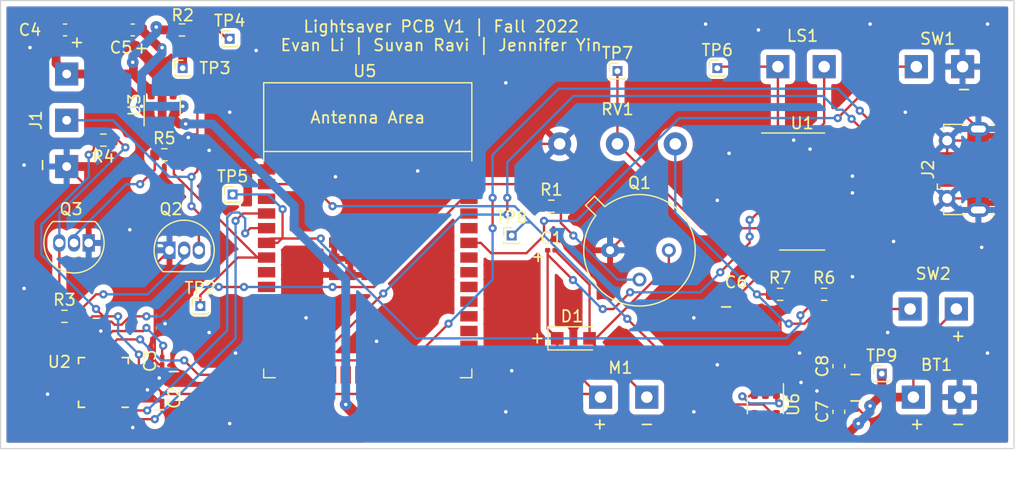
<source format=kicad_pcb>
(kicad_pcb (version 20211014) (generator pcbnew)
  (layers (0 "F.Cu" signal) (31 "B.Cu" signal) (34 "B.Paste" user) (35 "F.Paste" user) (36 "B.SilkS" user "B.Silkscreen") (37 "F.SilkS" user "F.Silkscreen") (38 "B.Mask" user) (39 "F.Mask" user) (44 "Edge.Cuts" user))
  (net 0 "")
  (net 1 "+3.3V")
  (net 2 "Net-(C1-Pad2)")
  (net 3 "GND")
  (net 4 "Net-(C3-Pad2)")
  (net 5 "Net-(C4-Pad1)")
  (net 6 "+9V")
  (net 7 "Net-(C6-Pad2)")
  (net 8 "Net-(C7-Pad1)")
  (net 9 "Net-(C8-Pad2)")
  (net 10 "Net-(Q1-Pad2)")
  (net 11 "Net-(Q2-Pad2)")
  (net 12 "Net-(J1-Pad2)")
  (net 13 "Net-(Q3-Pad2)")
  (net 14 "Net-(Q3-Pad3)")
  (net 15 "Net-(R1-Pad1)")
  (net 16 "Net-(R5-Pad2)")
  (net 17 "Net-(R6-Pad1)")
  (net 18 "Net-(R6-Pad2)")
  (net 19 "Net-(LS1-Pad1)")
  (net 20 "Net-(LS1-Pad2)")
  (net 22 "Net-(RV1-Pad2)")
  (net 34 "Net-(U2-Pad9)")
  (net 35 "Net-(U2-Pad12)")
  (net 44 "Net-(U2-Pad23)")
  (net 45 "Net-(U2-Pad24)")
  (net 48 "Net-(SW1-Pad1)")
  (net 77 "Net-(J2-Pad2)")
  (net 78 "Net-(J2-Pad3)")
  (footprint "Resistor_SMD:R_0603_1608Metric" (layer "F.Cu") (at 110.49 90.805 180)
    (fp_text reference "R4")
    (fp_text value "10kOhm")
  )
  (footprint "Package_TO_SOT_THT:TO-39-3" (layer "F.Cu") (at 154.305 100.33)
    (fp_text reference "Q1")
    (fp_text value "2N2222")
  )
  (footprint "Connector_PinHeader_1.00mm:PinHeader_1x01_P1.00mm_Vertical" (layer "F.Cu") (at 118.872 105.156)
    (fp_text reference "TP2")
    (fp_text value "TestPoint")
  )
  (footprint "Connector_PinHeader_1.00mm:PinHeader_1x01_P1.00mm_Vertical" (layer "F.Cu") (at 121.412 82.042)
    (fp_text reference "TP4")
    (fp_text value "TestPoint")
  )
  (footprint "Package_TO_SOT_SMD:SOT-23-5" (layer "F.Cu") (at 115.57 87.7625 90)
    (fp_text reference "U3")
    (fp_text value "NCP718xSN330")
  )
  (footprint "Connector_PinHeader_1.00mm:PinHeader_1x01_P1.00mm_Vertical" (layer "F.Cu") (at 177.8 110.998)
    (fp_text reference "TP9")
    (fp_text value "TestPoint")
  )
  (footprint "Lightsaber Footprint new:Switch" (layer "F.Cu") (at 182.785 84.455)
    (fp_text reference "SW1")
    (fp_text value "SW_Push")
  )
  (footprint "Resistor_SMD:R_0603_1608Metric" (layer "F.Cu") (at 149.225 96.52)
    (fp_text reference "R1")
    (fp_text value "1kOhm")
  )
  (footprint "Resistor_SMD:R_0603_1608Metric" (layer "F.Cu") (at 117.285 81.28)
    (fp_text reference "R2")
    (fp_text value "10kOhm")
  )
  (footprint "Diode_SMD:D_SOD-123F" (layer "F.Cu") (at 151.13 107.95)
    (fp_text reference "D1")
    (fp_text value "1N4001")
  )
  (footprint "Lightsaber Footprint new:Switch toggle" (layer "F.Cu") (at 182.245 105.41)
    (fp_text reference "SW2")
    (fp_text value "SW_DIP_x01")
  )
  (footprint "Lightsaber Footprint new:Potentiometer" (layer "F.Cu") (at 154.94 91.13)
    (fp_text reference "RV1")
    (fp_text value "R_Potentiometer")
  )
  (footprint "Connector_PinHeader_1.00mm:PinHeader_1x01_P1.00mm_Vertical" (layer "F.Cu") (at 154.94 84.836)
    (fp_text reference "TP7")
    (fp_text value "TestPoint")
  )
  (footprint "Capacitor_SMD:C_0201_0603Metric" (layer "F.Cu") (at 149.225 100.33)
    (fp_text reference "C1")
    (fp_text value "0.1uF")
  )
  (footprint "Capacitor_SMD:C_0603_1608Metric" (layer "F.Cu") (at 174.085 114.3 90)
    (fp_text reference "C7")
    (fp_text value "1uF")
  )
  (footprint "Connector_PinHeader_1.00mm:PinHeader_1x01_P1.00mm_Vertical" (layer "F.Cu") (at 163.576 84.582)
    (fp_text reference "TP6")
    (fp_text value "TestPoint")
  )
  (footprint "Capacitor_SMD:C_0201_0603Metric" (layer "F.Cu") (at 115.57 113.075 -90)
    (fp_text reference "C2")
    (fp_text value "0.1uF")
  )
  (footprint "Capacitor_SMD:C_0603_1608Metric" (layer "F.Cu") (at 107.175 81.28)
    (fp_text reference "C4")
    (fp_text value "1uF")
  )
  (footprint "Capacitor_SMD:C_0603_1608Metric" (layer "F.Cu") (at 174.085 110.35 90)
    (fp_text reference "C8")
    (fp_text value "1uF")
  )
  (footprint "Lightsaber Footprint new:ESP32-S2-SOLO" (layer "F.Cu") (at 133.35 101.6)
    (fp_text reference "U5")
    (fp_text value "ESP32-S2-SOLO")
  )
  (footprint "Lightsaber Footprint new:Battery" (layer "F.Cu") (at 182.53 113.03)
    (fp_text reference "BT1")
    (fp_text value "Battery")
  )
  (footprint "Connector_PinHeader_1.00mm:PinHeader_1x01_P1.00mm_Vertical" (layer "F.Cu") (at 121.666 95.504)
    (fp_text reference "TP5")
    (fp_text value "TestPoint")
  )
  (footprint "Connector_PinHeader_1.00mm:PinHeader_1x01_P1.00mm_Vertical" (layer "F.Cu") (at 145.796 99.06)
    (fp_text reference "TP8")
    (fp_text value "TestPoint")
  )
  (footprint "Resistor_SMD:R_0603_1608Metric" (layer "F.Cu") (at 169.005 104.14)
    (fp_text reference "R7")
    (fp_text value "560Ohm")
  )
  (footprint "Capacitor_SMD:C_0603_1608Metric" (layer "F.Cu") (at 113.03 81.28)
    (fp_text reference "C5")
    (fp_text value "1uF")
  )
  (footprint "Package_TO_SOT_THT:TO-92_Inline" (layer "F.Cu") (at 109.22 99.695 180)
    (fp_text reference "Q3")
    (fp_text value "2N3904")
  )
  (footprint "Sensor_Motion:InvenSense_QFN-24_4x4mm_P0.5mm" (layer "F.Cu") (at 110.49 111.76 180)
    (fp_text reference "U2")
    (fp_text value "MPU-6050")
  )
  (footprint "Resistor_SMD:R_0603_1608Metric" (layer "F.Cu") (at 107.125 106.045)
    (fp_text reference "R3")
    (fp_text value "1kOhm")
  )
  (footprint "Package_TO_SOT_SMD:SOT-23-5" (layer "F.Cu") (at 167.735 113.665 -90)
    (fp_text reference "U6")
    (fp_text value "NCP718xSN330")
  )
  (footprint "Lightsaber Footprints:LED strip" (layer "F.Cu") (at 107.315 89.09 90)
    (fp_text reference "J1")
    (fp_text value "Neopixel LEDs")
  )
  (footprint "Lightsaber Footprint new:Motor" (layer "F.Cu") (at 155.48 113.03)
    (fp_text reference "M1")
    (fp_text value "Motor_DC")
  )
  (footprint "Lightsaber Footprint new:Speaker" (layer "F.Cu") (at 170.815 84.455)
    (fp_text reference "LS1")
    (fp_text value "Speaker")
  )
  (footprint "Capacitor_SMD:C_0201_0603Metric" (layer "F.Cu") (at 115.57 109.9 90)
    (fp_text reference "C3")
    (fp_text value "0.1uF")
  )
  (footprint "Package_TO_SOT_THT:TO-92_Inline" (layer "F.Cu") (at 116.205 100.33)
    (fp_text reference "Q2")
    (fp_text value "2N3904")
  )
  (footprint "Resistor_SMD:R_0603_1608Metric" (layer "F.Cu") (at 115.76 92.075)
    (fp_text reference "R5")
    (fp_text value "1kOhm")
  )
  (footprint "Capacitor_SMD:C_0201_0603Metric" (layer "F.Cu") (at 165.195 104.14)
    (fp_text reference "C6")
    (fp_text value "0.1uF")
  )
  (footprint "Resistor_SMD:R_0603_1608Metric" (layer "F.Cu") (at 172.815 104.14)
    (fp_text reference "R6")
    (fp_text value "1kOhm")
  )
  (footprint "Connector_PinHeader_1.00mm:PinHeader_1x01_P1.00mm_Vertical" (layer "F.Cu") (at 117.348 84.582)
    (fp_text reference "TP3")
    (fp_text value "TestPoint")
  )
  (footprint "Connector_USB:USB_Micro-B_Molex-105017-0001" (layer "F.Cu") (at 184.912 93.345 90)
    (fp_text reference "J2")
    (fp_text value "USB_B_Micro")
  )
  (footprint "Package_SO:SOP-16_3.9x9.9mm_P1.27mm" (layer "F.Cu") (at 170.91 95.25)
    (fp_text reference "U1")
    (fp_text value "PAM8403D")
  )
  (gr_rect (start 189.23 78.74) (end 101.6 117.475) (layer "Edge.Cuts") (width 0.1) (fill none))
  (gr_text "+" (at 153.416 115.316) (layer "F.SilkS") (effects (font (size 1 1))))
  (gr_text "-" (at 175.514 113.284) (layer "F.SilkS") (effects (font (size 1 1))))
  (gr_text "-" (at 115.316 114.046) (layer "F.SilkS") (effects (font (size 1 1))))
  (gr_text "-" (at 105.156 92.964 90) (layer "F.SilkS") (effects (font (size 1 1))))
  (gr_text "-" (at 184.404 115.316) (layer "F.SilkS") (effects (font (size 1 1))))
  (gr_text "-" (at 157.48 115.316) (layer "F.SilkS") (effects (font (size 1 1))))
  (gr_text "-" (at 116.586 110.744) (layer "F.SilkS") (effects (font (size 1 1))))
  (gr_text "-" (at 164.338 105.156) (layer "F.SilkS") (effects (font (size 1 1))))
  (gr_text "+" (at 113.792 82.804) (layer "F.SilkS") (effects (font (size 1 1))))
  (gr_text "+" (at 148.082 100.838) (layer "F.SilkS") (effects (font (size 1 1))))
  (gr_text "+" (at 184.404 107.696) (layer "F.SilkS") (effects (font (size 1 1))))
  (gr_text "Lightsaver PCB V1 | Fall 2022\nEvan Li | Suvan Ravi | Jennifer Yin" (at 139.7 81.788) (layer "F.SilkS") (effects (font (size 1 1))))
  (gr_text "+" (at 108.204 82.296) (layer "F.SilkS") (effects (font (size 1 1))))
  (gr_text "+" (at 180.848 115.316) (layer "F.SilkS") (effects (font (size 1 1))))
  (gr_text "-" (at 175.514 110.998) (layer "F.SilkS") (effects (font (size 1 1))))
  (gr_text "+" (at 148.082 107.95 -90) (layer "F.SilkS") (effects (font (size 1 1))))
  (gr_text "-" (at 184.912 86.36) (layer "F.SilkS") (effects (font (size 1 1))))
  (segment (start 111.980685 109.06) (end 111.299315 109.06) (width 0.2032) (layer "F.Cu") (net 1))
  (segment (start 149.73 107.95) (end 149.73 109.28) (width 0.2032) (layer "F.Cu") (net 1))
  (segment (start 168.811751 94.615) (end 169.735 95.538249) (width 0.2032) (layer "F.Cu") (net 1))
  (segment (start 169.545 97.155) (end 168.41 97.155) (width 0.2032) (layer "F.Cu") (net 1))
  (segment (start 115.57 112.649315) (end 113.537842 110.617158) (width 0.2032) (layer "F.Cu") (net 1))
  (segment (start 148.905 107.125) (end 148.905 100.33) (width 0.2032) (layer "F.Cu") (net 1))
  (segment (start 108.585 106.9975) (end 108.585 109.22) (width 0.2032) (layer "F.Cu") (net 1))
  (segment (start 148.905 100.33) (end 148.905 100.7146) (width 0.2032) (layer "F.Cu") (net 1))
  (segment (start 163.83 102.235) (end 166.37 99.695) (width 0.2032) (layer "F.Cu") (net 1))
  (segment (start 108.54 109.265) (end 108.54 110.51) (width 0.2032) (layer "F.Cu") (net 1))
  (segment (start 109.665 90.805) (end 109.665 91.63) (width 0.2032) (layer "F.Cu") (net 1))
  (segment (start 149.73 107.95) (end 148.905 107.125) (width 0.2032) (layer "F.Cu") (net 1))
  (segment (start 169.735 96.965) (end 169.545 97.155) (width 0.2032) (layer "F.Cu") (net 1))
  (segment (start 154.58855 105.41) (end 156.034275 103.964275) (width 0.2032) (layer "F.Cu") (net 1))
  (segment (start 113.537842 110.617158) (end 111.980685 109.06) (width 0.2032) (layer "F.Cu") (net 1))
  (segment (start 113.559197 110.595803) (end 113.559197 109.343162) (width 0.2032) (layer "F.Cu") (net 1))
  (segment (start 168.41 94.615) (end 168.811751 94.615) (width 0.2032) (layer "F.Cu") (net 1))
  (segment (start 111.76 106.045) (end 110.49 106.045) (width 0.2032) (layer "F.Cu") (net 1))
  (segment (start 110.49 106.045) (end 109.5375 106.045) (width 0.2032) (layer "F.Cu") (net 1))
  (segment (start 166.37 99.695) (end 166.37 99.1495) (width 0.2032) (layer "F.Cu") (net 1))
  (segment (start 153.67 105.41) (end 154.58855 105.41) (width 0.2032) (layer "F.Cu") (net 1))
  (segment (start 113.537842 110.617158) (end 113.559197 110.595803) (width 0.2032) (layer "F.Cu") (net 1))
  (segment (start 169.735 95.538249) (end 169.735 96.965) (width 0.2032) (layer "F.Cu") (net 1))
  (segment (start 149.73 109.28) (end 153.48 113.03) (width 0.2032) (layer "F.Cu") (net 1))
  (segment (start 115.57 112.755) (end 153.205 112.755) (width 0.2032) (layer "F.Cu") (net 1))
  (segment (start 167.005 97.155) (end 168.41 97.155) (width 0.2032) (layer "F.Cu") (net 1))
  (segment (start 173.41 94.615) (end 173.44 94.645) (width 0.2032) (layer "F.Cu") (net 1))
  (segment (start 166.37 97.7005) (end 166.4595 97.7005) (width 0.2032) (layer "F.Cu") (net 1))
  (segment (start 168.41 94.615) (end 173.41 94.615) (width 0.2032) (layer "F.Cu") (net 1))
  (segment (start 166.4595 97.7005) (end 167.005 97.155) (width 0.2032) (layer "F.Cu") (net 1))
  (segment (start 115.57 112.755) (end 115.57 112.649315) (width 0.2032) (layer "F.Cu") (net 1))
  (segment (start 109.665 91.63) (end 109.22 92.075) (width 0.2032) (layer "F.Cu") (net 1))
  (segment (start 173.44 94.645) (end 183.4495 94.645) (width 0.2032) (layer "F.Cu") (net 1))
  (segment (start 111.299315 109.06) (end 111.24 109.119315) (width 0.2032) (layer "F.Cu") (net 1))
  (segment (start 148.905 100.7146) (end 151.0952 102.9048) (width 0.2032) (layer "F.Cu") (net 1))
  (segment (start 111.24 109.119315) (end 111.24 109.81) (width 0.2032) (layer "F.Cu") (net 1))
  (segment (start 109.855 105.41) (end 110.49 106.045) (width 0.2032) (layer "F.Cu") (net 1))
  (segment (start 108.585 109.22) (end 108.54 109.265) (width 0.2032) (layer "F.Cu") (net 1))
  (segment (start 153.205 112.755) (end 153.48 113.03) (width 0.2032) (layer "F.Cu") (net 1))
  (segment (start 109.5375 106.045) (end 108.585 106.9975) (width 0.2032) (layer "F.Cu") (net 1))
  (via (at 153.67 105.41) (size 0.7112) (drill 0.3048) (layers "F.Cu" "B.Cu") (net 1))
  (via (at 109.855 105.41) (size 0.7112) (drill 0.3048) (layers "F.Cu" "B.Cu") (net 1))
  (via (at 113.559197 109.343162) (size 0.7112) (drill 0.3048) (layers "F.Cu" "B.Cu") (net 1))
  (via (at 166.37 97.7005) (size 0.7112) (drill 0.3048) (layers "F.Cu" "B.Cu") (net 1))
  (via (at 166.37 99.1495) (size 0.7112) (drill 0.3048) (layers "F.Cu" "B.Cu") (net 1))
  (via (at 111.76 106.045) (size 0.7112) (drill 0.3048) (layers "F.Cu" "B.Cu") (net 1))
  (via (at 156.034275 103.964275) (size 0.7112) (drill 0.3048) (layers "F.Cu" "B.Cu") (net 1))
  (via (at 151.0952 102.9048) (size 0.7112) (drill 0.3048) (layers "F.Cu" "B.Cu") (net 1))
  (via (at 163.83 102.235) (size 0.7112) (drill 0.3048) (layers "F.Cu" "B.Cu") (net 1))
  (via (at 109.22 92.075) (size 0.7112) (drill 0.3048) (layers "F.Cu" "B.Cu") (net 1))
  (segment (start 111.76 106.045) (end 111.76 107.543965) (width 0.2032) (layer "B.Cu") (net 1))
  (segment (start 109.22 92.075) (end 109.22 94.004652) (width 0.2032) (layer "B.Cu") (net 1))
  (segment (start 109.22 94.004652) (end 105.125836 98.098816) (width 0.2032) (layer "B.Cu") (net 1))
  (segment (start 153.6004 105.41) (end 153.67 105.41) (width 0.2032) (layer "B.Cu") (net 1))
  (segment (start 162.100725 103.964275) (end 163.83 102.235) (width 0.2032) (layer "B.Cu") (net 1))
  (segment (start 166.37 97.79) (end 166.37 97.7005) (width 0.2032) (layer "B.Cu") (net 1))
  (segment (start 111.76 107.543965) (end 113.559197 109.343162) (width 0.2032) (layer "B.Cu") (net 1))
  (segment (start 156.034275 103.964275) (end 162.100725 103.964275) (width 0.2032) (layer "B.Cu") (net 1))
  (segment (start 105.125836 100.680836) (end 109.855 105.41) (width 0.2032) (layer "B.Cu") (net 1))
  (segment (start 166.37 99.1495) (end 166.37 97.79) (width 0.2032) (layer "B.Cu") (net 1))
  (segment (start 151.0952 102.9048) (end 153.6004 105.41) (width 0.2032) (layer "B.Cu") (net 1))
  (segment (start 105.125836 98.098816) (end 105.125836 100.680836) (width 0.2032) (layer "B.Cu") (net 1))
  (segment (start 159.385 100.33) (end 159.385 101.638148) (width 0.2032) (layer "F.Cu") (net 2))
  (segment (start 159.385 101.638148) (end 153.073148 107.95) (width 0.2032) (layer "F.Cu") (net 2))
  (segment (start 152.53 103.315) (end 152.53 107.95) (width 0.2032) (layer "F.Cu") (net 2))
  (segment (start 157.48 113.03) (end 152.53 108.08) (width 0.2032) (layer "F.Cu") (net 2))
  (segment (start 152.53 108.08) (end 152.53 107.95) (width 0.2032) (layer "F.Cu") (net 2))
  (segment (start 149.545 100.33) (end 152.53 103.315) (width 0.2032) (layer "F.Cu") (net 2))
  (segment (start 153.073148 107.95) (end 152.53 107.95) (width 0.2032) (layer "F.Cu") (net 2))
  (segment (start 114.295543 112.399457) (end 115.291086 113.395) (width 0.2032) (layer "F.Cu") (net 3))
  (segment (start 154.305 95.495) (end 154.305 100.33) (width 0.2032) (layer "F.Cu") (net 3))
  (segment (start 184.785 88.4805) (end 186.1495 89.845) (width 0.2032) (layer "F.Cu") (net 3))
  (segment (start 169.031751 111.54) (end 168.338249 111.54) (width 0.2032) (layer "F.Cu") (net 3))
  (segment (start 115.57 85.105316) (end 115.57 88.9) (width 0.762) (layer "F.Cu") (net 3))
  (segment (start 168.41 92.075) (end 168.91 92.075) (width 0.2032) (layer "F.Cu") (net 3))
  (segment (start 182.1395 97.155) (end 173.41 97.155) (width 0.2032) (layer "F.Cu") (net 3))
  (segment (start 117.7041 90.805) (end 116.459 90.805) (width 0.762) (layer "F.Cu") (net 3))
  (segment (start 183.4495 90.845) (end 183.4495 91.8865) (width 0.2032) (layer "F.Cu") (net 3))
  (segment (start 183.4495 90.845) (end 185.1495 90.845) (width 0.2032) (layer "F.Cu") (net 3))
  (segment (start 167.735 112.143249) (end 167.735 112.5275) (width 0.2032) (layer "F.Cu") (net 3))
  (segment (start 149.94 91.13) (end 154.305 95.495) (width 0.2032) (layer "F.Cu") (net 3))
  (segment (start 115.3 110.22) (end 115.57 110.22) (width 0.2032) (layer "F.Cu") (net 3))
  (segment (start 110.268154 107.315) (end 109.74 107.843154) (width 0.2032) (layer "F.Cu") (net 3))
  (segment (start 115.57 88.9) (end 115.57 89.284251) (width 0.2032) (layer "F.Cu") (net 3))
  (segment (start 113.471884 82.991884) (end 113.471884 83.0072) (width 0.762) (layer "F.Cu") (net 3))
  (segment (start 159.146547 98.821547) (end 159.781547 98.821547) (width 0.2032) (layer "F.Cu") (net 3))
  (segment (start 115.57 89.916) (end 114.4448 91.0412) (width 0.762) (layer "F.Cu") (net 3))
  (segment (start 175.26 93.523249) (end 175.26 93.9205) (width 0.2032) (layer "F.Cu") (net 3))
  (segment (start 159.781547 98.821547) (end 160.655 99.695) (width 0.2032) (layer "F.Cu") (net 3))
  (segment (start 160.655 99.695) (end 160.655 100.965) (width 0.2032) (layer "F.Cu") (net 3))
  (segment (start 172.920674 91.585674) (end 173.41 92.075) (width 0.2032) (layer "F.Cu") (net 3))
  (segment (start 169.83 99.443249) (end 172.118249 97.155) (width 0.2032) (layer "F.Cu") (net 3))
  (segment (start 116.205 100.33) (end 114.935 101.6) (width 0.2032) (layer "F.Cu") (net 3))
  (segment (start 185.1495 95.845) (end 186.1495 96.845) (width 0.2032) (layer "F.Cu") (net 3))
  (segment (start 164.875 104.331041) (end 169.007208 108.463249) (width 0.2032) (layer "F.Cu") (net 3))
  (segment (start 155.813453 98.821547) (end 154.305 100.33) (width 0.2032) (layer "F.Cu") (net 3))
  (segment (start 184.53 114.28) (end 184.53 113.03) (width 0.2032) (layer "F.Cu") (net 3))
  (segment (start 169.031751 108.463249) (end 169.031751 104.938249) (width 0.2032) (layer "F.Cu") (net 3))
  (segment (start 175.26 95.706751) (end 173.811751 97.155) (width 0.2032) (layer "F.Cu") (net 3))
  (segment (start 179.07 115.062) (end 179.578 115.57) (width 0.2032) (layer "F.Cu") (net 3))
  (segment (start 172.118249 97.155) (end 173.41 97.155) (width 0.2032) (layer "F.Cu") (net 3))
  (segment (start 114.4448 91.0412) (end 114.420695 91.0412) (width 0.762) (layer "F.Cu") (net 3))
  (segment (start 184.785 84.455) (end 184.785 88.4805) (width 0.2032) (layer "F.Cu") (net 3))
  (segment (start 117.8311 90.579102) (end 117.8311 90.678) (width 0.762) (layer "F.Cu") (net 3))
  (segment (start 164.875 104.14) (end 164.875 104.331041) (width 0.2032) (layer "F.Cu") (net 3))
  (segment (start 116.459 90.805) (end 115.57 89.916) (width 0.762) (layer "F.Cu") (net 3))
  (segment (start 113.471884 83.0072) (end 115.57 85.105316) (width 0.762) (layer "F.Cu") (net 3))
  (segment (start 163.83 104.14) (end 160.655 100.965) (width 0.2032) (layer "F.Cu") (net 3))
  (segment (start 174.085 111.125) (end 173.559598 111.125) (width 0.2032) (layer "F.Cu") (net 3))
  (segment (start 183.388 91.948) (end 183.388 91.9835) (width 0.2032) (layer "F.Cu") (net 3))
  (segment (start 186.1495 89.845) (end 186.1495 92.345) (width 0.2032) (layer "F.Cu") (net 3))
  (segment (start 115.291086 113.395) (end 115.57 113.395) (width 0.2032) (layer "F.Cu") (net 3))
  (segment (start 159.146547 98.821547) (end 155.813453 98.821547) (width 0.2032) (layer "F.Cu") (net 3))
  (segment (start 108.54 114.000685) (end 110.198815 115.6595) (width 0.2032) (layer "F.Cu") (net 3))
  (segment (start 107.315 93.09) (end 109.22 94.995) (width 0.2032) (layer "F.Cu") (net 3))
  (segment (start 169.031751 104.938249) (end 169.83 104.14) (width 0.2032) (layer "F.Cu") (net 3))
  (segment (start 112.255 81.775) (end 113.471884 82.991884) (width 0.762) (layer "F.Cu") (net 3))
  (segment (start 115.57 113.395) (end 112.825 113.395) (width 0.2032) (layer "F.Cu") (net 3))
  (segment (start 114.935 101.6) (end 114.935 109.855) (width 0.2032) (layer "F.Cu") (net 3))
  (segment (start 179.578 115.57) (end 183.24 115.57) (width 0.2032) (layer "F.Cu") (net 3))
  (segment (start 183.4495 95.845) (end 185.1495 95.845) (width 0.2032) (layer "F.Cu") (net 3))
  (segment (start 173.559598 111.125) (end 172.187299 112.497299) (width 0.2032) (layer "F.Cu") (net 3))
  (segment (start 183.388 91.9835) (end 183.4495 92.045) (width 0.2032) (layer "F.Cu") (net 3))
  (segment (start 114.420695 91.0412) (end 112.371895 93.09) (width 0.762) (layer "F.Cu") (net 3))
  (segment (start 115.57 110.22) (end 115.57 111.125001) (width 0.2032) (layer "F.Cu") (net 3))
  (segment (start 168.91 92.075) (end 170.18 90.805) (width 0.2032) (layer "F.Cu") (net 3))
  (segment (start 175.26 95.3695) (end 175.26 95.706751) (width 0.2032) (layer "F.Cu") (net 3))
  (segment (start 112.371895 93.09) (end 107.315 93.09) (width 0.762) (layer "F.Cu") (net 3))
  (segment (start 170.815 111.76) (end 169.985 111.76) (width 0.2032) (layer "F.Cu") (net 3))
  (segment (start 169.765 111.54) (end 169.031751 111.54) (width 0.2032) (layer "F.Cu") (net 3))
  (segment (start 183.24 115.57) (end 184.53 114.28) (width 0.2032) (layer "F.Cu") (net 3))
  (segment (start 117.8311 90.678) (end 117.7041 90.805) (width 0.762) (layer "F.Cu") (net 3))
  (segment (start 169.985 111.76) (end 169.765 111.54) (width 0.2032) (layer "F.Cu") (net 3))
  (segment (start 107.95 81.28) (end 112.255 81.28) (width 0.762) (layer "F.Cu") (net 3))
  (segment (start 173.811751 97.155) (end 173.41 97.155) (width 0.2032) (layer "F.Cu") (net 3))
  (segment (start 176.784 115.062) (end 179.07 115.062) (width 0.2032) (layer "F.Cu") (net 3))
  (segment (start 169.031751 111.54) (end 169.031751 108.463249) (width 0.2032) (layer "F.Cu") (net 3))
  (segment (start 109.22 94.995) (end 109.22 99.695) (width 0.2032) (layer "F.Cu") (net 3))
  (segment (start 131.85 101.06) (end 131.85 99.66) (width 0.2032) (layer "F.Cu") (net 3))
  (segment (start 115.57 111.125001) (end 115.320142 111.374859) (width 0.2032) (layer "F.Cu") (net 3))
  (segment (start 173.41 92.075) (end 173.811751 92.075) (width 0.2032) (layer "F.Cu") (net 3))
  (segment (start 173.811751 92.075) (end 175.26 93.523249) (width 0.2032) (layer "F.Cu") (net 3))
  (segment (start 110.198815 115.6595) (end 113.03 115.6595) (width 0.2032) (layer "F.Cu") (net 3))
  (segment (start 174.085 113.525) (end 175.247 113.525) (width 0.2032) (layer "F.Cu") (net 3))
  (segment (start 112.255 81.28) (end 112.255 81.775) (width 0.762) (layer "F.Cu") (net 3))
  (segment (start 171.595675 91.585674) (end 172.920674 91.585674) (width 0.2032) (layer "F.Cu") (net 3))
  (segment (start 112.825 113.395) (end 112.44 113.01) (width 0.2032) (layer "F.Cu") (net 3))
  (segment (start 186.1495 92.345) (end 186.1495 94.345) (width 0.2032) (layer "F.Cu") (net 3))
  (segment (start 121.28 93.34) (end 124.6 93.34) (width 0.762) (layer "F.Cu") (net 3))
  (segment (start 108.54 113.01) (end 108.54 114.000685) (width 0.2032) (layer "F.Cu") (net 3))
  (segment (start 144.31 91.13) (end 142.1 93.34) (width 0.2032) (layer "F.Cu") (net 3))
  (segment (start 175.247 113.525) (end 176.784 115.062) (width 0.2032) (layer "F.Cu") (net 3))
  (segment (start 109.74 107.843154) (end 109.74 109.81) (width 0.2032) (layer "F.Cu") (net 3))
  (segment (start 114.935 109.855) (end 115.3 110.22) (width 0.2032) (layer "F.Cu") (net 3))
  (segment (start 186.1495 94.345) (end 186.1495 96.245) (width 0.2032) (layer "F.Cu") (net 3))
  (segment (start 169.007208 108.463249) (end 169.031751 108.463249) (width 0.2032) (layer "F.Cu") (net 3))
  (segment (start 115.57 89.284251) (end 115.57 89.916) (width 0.762) (layer "F.Cu") (net 3))
  (segment (start 168.338249 111.54) (end 167.735 112.143249) (width 0.2032) (layer "F.Cu") (net 3))
  (segment (start 185.1495 90.845) (end 186.1495 89.845) (width 0.2032) (layer "F.Cu") (net 3))
  (segment (start 119.634 91.694) (end 121.28 93.34) (width 0.762) (layer "F.Cu") (net 3))
  (segment (start 183.4495 91.8865) (end 183.388 91.948) (width 0.2032) (layer "F.Cu") (net 3))
  (segment (start 169.83 104.14) (end 169.83 99.443249) (width 0.2032) (layer "F.Cu") (net 3))
  (segment (start 164.875 104.14) (end 163.83 104.14) (width 0.2032) (layer "F.Cu") (net 3))
  (segment (start 149.94 91.13) (end 144.31 91.13) (width 0.2032) (layer "F.Cu") (net 3))
  (segment (start 183.4495 95.845) (end 182.1395 97.155) (width 0.2032) (layer "F.Cu") (net 3))
  (segment (start 174.085 111.125) (end 174.085 113.525) (width 0.2032) (layer "F.Cu") (net 3))
  (via (at 115.320142 111.374859) (size 0.7112) (drill 0.3048) (layers "F.Cu" "B.Cu") (net 3))
  (via (at 176.784 80.772) (size 0.7112) (drill 0.3048) (layers "F.Cu" "B.Cu") (net 3))
  (via (at 163.576 110.236) (size 0.7112) (drill 0.3048) (layers "F.Cu" "B.Cu") (net 3))
  (via (at 121.412 115.316) (size 0.7112) (drill 0.3048) (layers "F.Cu" "B.Cu") (net 3))
  (via (at 178.816 99.568) (size 0.7112) (drill 0.3048) (layers "F.Cu" "B.Cu") (net 3))
  (via (at 145.288 85.852) (size 0.7112) (drill 0.3048) (layers "F.Cu" "B.Cu") (net 3))
  (via (at 123.698 83.058) (size 0.7112) (drill 0.3048) (layers "F.Cu" "B.Cu") (net 3))
  (via (at 161.544 106.172) (size 0.7112) (drill 0.3048) (layers "F.Cu" "B.Cu") (net 3))
  (via (at 163.576 96.012) (size 0.7112) (drill 0.3048) (layers "F.Cu" "B.Cu") (net 3))
  (via (at 171.595675 91.585674) (size 0.7112) (drill 0.3048) (layers "F.Cu" "B.Cu") (net 3))
  (via (at 119.634 91.694) (size 1.016) (drill 0.3048) (layers "F.Cu" "B.Cu") (net 3))
  (via (at 179.832 88.392) (size 0.7112) (drill 0.3048) (layers "F.Cu" "B.Cu") (net 3))
  (via (at 167.132 81.28) (size 0.7112) (drill 0.3048) (layers "F.Cu" "B.Cu") (net 3))
  (via (at 170.815 111.76) (size 0.7112) (drill 0.3048) (layers "F.Cu" "B.Cu") (net 3))
  (via (at 128.016 106.172) (size 0.7112) (drill 0.3048) (layers "F.Cu" "B.Cu") (net 3))
  (via (at 119.634 107.442) (size 0.7112) (drill 0.3048) (layers "F.Cu" "B.Cu") (net 3))
  (via (at 121.412 88.392) (size 0.7112) (drill 0.3048) (layers "F.Cu" "B.Cu") (net 3))
  (via (at 175.26 102.616) (size 0.7112) (drill 0.3048) (layers "F.Cu" "B.Cu") (net 3))
  (via (at 134.112 108.204) (size 0.7112) (drill 0.3048) (layers "F.Cu" "B.Cu") (net 3))
  (via (at 112.776 98.552) (size 0.7112) (drill 0.3048) (layers "F.Cu" "B.Cu") (net 3))
  (via (at 161.544 114.3) (size 0.7112) (drill 0.3048) (layers "F.Cu" "B.Cu") (net 3))
  (via (at 103.632 92.964) (size 0.7112) (drill 0.3048) (layers "F.Cu" "B.Cu") (net 3))
  (via (at 162.56 80.772) (size 0.7112) (drill 0.3048) (layers "F.Cu" "B.Cu") (net 3))
  (via (at 186.436 100.076) (size 0.7112) (drill 0.3048) (layers "F.Cu" "B.Cu") (net 3))
  (via (at 130.556 93.98) (size 0.7112) (drill 0.3048) (layers "F.Cu" "B.Cu") (net 3))
  (via (at 186.944 80.772) (size 0.7112) (drill 0.3048) (layers "F.Cu" "B.Cu") (net 3))
  (via (at 172.187299 112.497299) (size 0.7112) (drill 0.3048) (layers "F.Cu" "B.Cu") (net 3))
  (via (at 110.268154 107.315) (size 0.7112) (drill 0.3048) (layers "F.Cu" "B.Cu") (net 3))
  (via (at 121.92 109.22) (size 0.7112) (drill 0.3048) (layers "F.Cu" "B.Cu") (net 3))
  (via (at 178.308 107.442) (size 0.7112) (drill 0.3048) (layers "F.Cu" "B.Cu") (net 3))
  (via (at 145.796 110.744) (size 0.7112) (drill 0.3048) (layers "F.Cu" "B.Cu") (net 3))
  (via (at 104.14 82.804) (size 0.7112) (drill 0.3048) (layers "F.Cu" "B.Cu") (net 3))
  (via (at 186.944 109.22) (size 0.7112) (drill 0.3048) (layers "F.Cu" "B.Cu") (net 3))
  (via (at 175.26 95.3695) (size 0.7112) (drill 0.3048) (layers "F.Cu" "B.Cu") (net 3))
  (via (at 175.26 93.9205) (size 0.7112) (drill 0.3048) (layers "F.Cu" "B.Cu") (net 3))
  (via (at 115.824 106.68) (size 0.7112) (drill 0.3048) (layers "F.Cu" "B.Cu") (net 3))
  (via (at 170.18 90.805) (size 0.7112) (drill 0.3048) (layers "F.Cu" "B.Cu") (net 3))
  (via (at 114.295543 112.399457) (size 0.7112) (drill 0.3048) (layers "F.Cu" "B.Cu") (net 3))
  (via (at 117.8311 90.579102) (size 1.016) (drill 0.3048) (layers "F.Cu" "B.Cu") (net 3))
  (via (at 137.668 93.472) (size 0.7112) (drill 0.3048) (layers "F.Cu" "B.Cu") (net 3))
  (via (at 105.664 112.776) (size 0.7112) (drill 0.3048) (layers "F.Cu" "B.Cu") (net 3))
  (via (at 170.688 109.22) (size 0.7112) (drill 0.3048) (layers "F.Cu" "B.Cu") (net 3))
  (via (at 145.288 114.3) (size 0.7112) (drill 0.3048) (layers "F.Cu" "B.Cu") (net 3))
  (via (at 164.592 91.948) (size 0.7112) (drill 0.3048) (layers "F.Cu" "B.Cu") (net 3))
  (via (at 103.632 103.632) (size 0.7112) (drill 0.3048) (layers "F.Cu" "B.Cu") (net 3))
  (via (at 113.03 115.6595) (size 0.7112) (drill 0.3048) (layers "F.Cu" "B.Cu") (net 3))
  (segment (start 115.320142 111.374859) (end 114.295543 112.399457) (width 0.2032) (layer "B.Cu") (net 3))
  (segment (start 115.57 99.695) (end 116.205 100.33) (width 0.2032) (layer "B.Cu") (net 3))
  (segment (start 172.187299 112.497299) (end 171.552299 112.497299) (width 0.2032) (layer "B.Cu") (net 3))
  (segment (start 175.26 93.9205) (end 175.26 95.3695) (width 0.2032) (layer "B.Cu") (net 3))
  (segment (start 109.22 99.695) (end 115.57 99.695) (width 0.2032) (layer "B.Cu") (net 3))
  (segment (start 170.815001 90.805) (end 171.595675 91.585674) (width 0.2032) (layer "B.Cu") (net 3))
  (segment (start 113.03 115.6595) (end 113.03 113.665) (width 0.2032) (layer "B.Cu") (net 3))
  (segment (start 117.8311 90.579102) (end 118.519102 90.579102) (width 0.762) (layer "B.Cu") (net 3))
  (segment (start 110.268154 107.315) (end 112.296816 109.343662) (width 0.2032) (layer "B.Cu") (net 3))
  (segment (start 170.18 90.805) (end 170.815001 90.805) (width 0.2032) (layer "B.Cu") (net 3))
  (segment (start 171.552299 112.497299) (end 170.815 111.76) (width 0.2032) (layer "B.Cu") (net 3))
  (segment (start 118.519102 90.579102) (end 119.634 91.694) (width 0.762) (layer "B.Cu") (net 3))
  (segment (start 112.296816 109.343662) (end 112.296816 112.931816) (width 0.2032) (layer "B.Cu") (net 3))
  (segment (start 112.296816 112.931816) (end 113.03 113.665) (width 0.2032) (layer "B.Cu") (net 3))
  (segment (start 113.03 113.665) (end 114.295543 112.399457) (width 0.2032) (layer "B.Cu") (net 3))
  (segment (start 110.215 108.225) (end 110.4 108.04) (width 0.2032) (layer "F.Cu") (net 4))
  (segment (start 115.57 109.58) (end 115.57 108.6745) (width 0.2032) (layer "F.Cu") (net 4))
  (segment (start 113.940003 107.315) (end 114.2105 107.044503) (width 0.2032) (layer "F.Cu") (net 4))
  (segment (start 111.293459 107.315) (end 113.940003 107.315) (width 0.2032) (layer "F.Cu") (net 4))
  (segment (start 115.57 108.6745) (end 115.6595 108.585) (width 0.2032) (layer "F.Cu") (net 4))
  (segment (start 110.215 109.855) (end 110.215 108.225) (width 0.2032) (layer "F.Cu") (net 4))
  (segment (start 110.4 108.04) (end 110.568459 108.04) (width 0.2032) (layer "F.Cu") (net 4))
  (segment (start 110.568459 108.04) (end 111.293459 107.315) (width 0.2032) (layer "F.Cu") (net 4))
  (via (at 115.6595 108.585) (size 0.7112) (drill 0.3048) (layers "F.Cu" "B.Cu") (net 4))
  (via (at 114.2105 107.044503) (size 0.7112) (drill 0.3048) (layers "F.Cu" "B.Cu") (net 4))
  (segment (start 115.6595 108.585) (end 115.6595 108.493503) (width 0.2032) (layer "B.Cu") (net 4))
  (segment (start 115.6595 108.493503) (end 114.2105 107.044503) (width 0.2032) (layer "B.Cu") (net 4))
  (segment (start 113.085 84.129) (end 113.085 85.09) (width 0.762) (layer "F.Cu") (net 5))
  (segment (start 113.085 85.09) (end 114.62 86.625) (width 0.762) (layer "F.Cu") (net 5))
  (segment (start 107.315 85.09) (end 113.085 85.09) (width 0.762) (layer "F.Cu") (net 5))
  (segment (start 116.46 81.28) (end 116.561895 81.28) (width 0.762) (layer "F.Cu") (net 5))
  (segment (start 115.316 81.28) (end 116.46 81.28) (width 0.762) (layer "F.Cu") (net 5))
  (segment (start 116.561895 81.28) (end 117.348 82.066105) (width 0.762) (layer "F.Cu") (net 5))
  (segment (start 106.4 81.28) (end 106.4 84.175) (width 0.762) (layer "F.Cu") (net 5))
  (segment (start 117.348 82.066105) (end 117.348 84.582) (width 0.762) (layer "F.Cu") (net 5))
  (segment (start 115.062 81.026) (end 115.316 81.28) (width 0.762) (layer "F.Cu") (net 5))
  (segment (start 113.03 84.074) (end 113.085 84.129) (width 0.2032) (layer "F.Cu") (net 5))
  (segment (start 106.4 84.175) (end 107.315 85.09) (width 0.762) (layer "F.Cu") (net 5))
  (via (at 115.062 81.026) (size 1.016) (drill 0.3048) (layers "F.Cu" "B.Cu") (net 5))
  (via (at 113.03 84.074) (size 1.016) (drill 0.3048) (layers "F.Cu" "B.Cu") (net 5))
  (segment (start 113.03 83.566) (end 115.062 81.534) (width 0.762) (layer "B.Cu") (net 5))
  (segment (start 115.062 81.534) (end 115.062 81.026) (width 0.762) (layer "B.Cu") (net 5))
  (segment (start 113.03 84.074) (end 113.03 83.566) (width 0.762) (layer "B.Cu") (net 5))
  (segment (start 115.316 82.804) (end 113.805 81.293) (width 0.762) (layer "F.Cu") (net 6))
  (segment (start 180.53 109.125) (end 184.245 105.41) (width 0.2032) (layer "F.Cu") (net 6))
  (segment (start 113.792 87.884) (end 113.792 88.072) (width 0.762) (layer "F.Cu") (net 6))
  (segment (start 134.0745 116.2945) (end 131.445 113.665) (width 1.016) (layer "F.Cu") (net 6))
  (segment (start 177.546 113.03) (end 177.8 112.776) (width 0.762) (layer "F.Cu") (net 6))
  (segment (start 177.8 112.776) (end 177.8 110.998) (width 0.762) (layer "F.Cu") (net 6))
  (segment (start 117.348 87.884) (end 116.52 88.712) (width 0.762) (layer "F.Cu") (net 6))
  (segment (start 177.546 113.03) (end 180.53 113.03) (width 0.762) (layer "F.Cu") (net 6))
  (segment (start 176.784 113.792) (end 177.546 113.03) (width 0.762) (layer "F.Cu") (net 6))
  (segment (start 113.792 88.072) (end 114.62 88.9) (width 0.762) (layer "F.Cu") (net 6))
  (segment (start 175.768 115.316) (end 174.7895 116.2945) (width 0.762) (layer "F.Cu") (net 6))
  (segment (start 117.028 89.408) (end 116.52 88.9) (width 0.762) (layer "F.Cu") (net 6))
  (segment (start 116.52 88.712) (end 116.52 88.9) (width 0.762) (layer "F.Cu") (net 6))
  (segment (start 117.602 89.408) (end 117.028 89.408) (width 0.762) (layer "F.Cu") (net 6))
  (segment (start 113.805 81.293) (end 113.805 81.28) (width 0.2032) (layer "F.Cu") (net 6))
  (segment (start 174.7895 116.2945) (end 134.0745 116.2945) (width 0.762) (layer "F.Cu") (net 6))
  (segment (start 180.53 113.03) (end 180.53 109.125) (width 0.2032) (layer "F.Cu") (net 6))
  (segment (start 115.57 82.804) (end 115.316 82.804) (width 0.2032) (layer "F.Cu") (net 6))
  (via (at 131.445 113.665) (size 1.016) (drill 0.3048) (layers "F.Cu" "B.Cu") (net 6))
  (via (at 175.768 115.316) (size 1.016) (drill 0.3048) (layers "F.Cu" "B.Cu") (net 6))
  (via (at 113.792 87.884) (size 1.016) (drill 0.3048) (layers "F.Cu" "B.Cu") (net 6))
  (via (at 117.602 89.408) (size 1.016) (drill 0.3048) (layers "F.Cu" "B.Cu") (net 6))
  (via (at 176.784 113.792) (size 1.016) (drill 0.3048) (layers "F.Cu" "B.Cu") (net 6))
  (via (at 117.348 87.884) (size 1.016) (drill 0.3048) (layers "F.Cu" "B.Cu") (net 6))
  (via (at 115.57 82.804) (size 0.7112) (drill 0.3048) (layers "F.Cu" "B.Cu") (net 6))
  (segment (start 113.792 85.09) (end 115.57 83.312) (width 0.762) (layer "B.Cu") (net 6))
  (segment (start 119.911157 89.408) (end 127 96.496843) (width 0.762) (layer "B.Cu") (net 6))
  (segment (start 113.792 87.884) (end 113.792 85.09) (width 0.762) (layer "B.Cu") (net 6))
  (segment (start 127 96.496843) (end 127 98.425) (width 0.762) (layer "B.Cu") (net 6))
  (segment (start 176.784 114.3) (end 176.784 113.792) (width 0.762) (layer "B.Cu") (net 6))
  (segment (start 175.768 115.316) (end 176.784 114.3) (width 0.762) (layer "B.Cu") (net 6))
  (segment (start 127 98.425) (end 131.445 102.87) (width 0.762) (layer "B.Cu") (net 6))
  (segment (start 131.445 102.87) (end 131.445 113.665) (width 0.762) (layer "B.Cu") (net 6))
  (segment (start 115.57 83.312) (end 115.57 82.804) (width 0.762) (layer "B.Cu") (net 6))
  (segment (start 117.602 89.408) (end 119.911157 89.408) (width 0.762) (layer "B.Cu") (net 6))
  (segment (start 117.348 87.884) (end 113.792 87.884) (width 0.762) (layer "B.Cu") (net 6))
  (segment (start 165.515 104.14) (end 168.41 101.245) (width 0.2032) (layer "F.Cu") (net 7))
  (segment (start 168.41 101.245) (end 168.41 99.695) (width 0.2032) (layer "F.Cu") (net 7))
  (segment (start 165.1 113.665) (end 163.195 113.665) (width 0.2032) (layer "F.Cu") (net 8))
  (segment (start 167.5475 113.665) (end 165.1 113.665) (width 0.2032) (layer "F.Cu") (net 8))
  (segment (start 173.8125 114.8025) (end 174.085 115.075) (width 0.2032) (layer "F.Cu") (net 8))
  (segment (start 130.302 96.52) (end 128.392 94.61) (width 0.2032) (layer "F.Cu") (net 8))
  (segment (start 168.685 114.8025) (end 173.8125 114.8025) (width 0.2032) (layer "F.Cu") (net 8))
  (segment (start 128.392 94.61) (end 124.6 94.61) (width 0.2032) (layer "F.Cu") (net 8))
  (segment (start 163.195 113.665) (end 155.788874 106.258874) (width 0.2032) (layer "F.Cu") (net 8))
  (segment (start 168.685 114.8025) (end 167.5475 113.665) (width 0.2032) (layer "F.Cu") (net 8))
  (via (at 155.788874 106.258874) (size 0.7112) (drill 0.3048) (layers "F.Cu" "B.Cu") (net 8))
  (via (at 130.302 96.52) (size 0.7112) (drill 0.3048) (layers "F.Cu" "B.Cu") (net 8))
  (segment (start 155.788874 106.258874) (end 147.447 97.917) (width 0.2032) (layer "B.Cu") (net 8))
  (segment (start 146.05 96.52) (end 147.447 97.917) (width 0.2032) (layer "B.Cu") (net 8))
  (segment (start 130.302 96.52) (end 146.05 96.52) (width 0.2032) (layer "B.Cu") (net 8))
  (segment (start 145.796 99.06) (end 146.939 97.917) (width 0.2032) (layer "B.Cu") (net 8))
  (segment (start 146.939 97.917) (end 147.447 97.917) (width 0.2032) (layer "B.Cu") (net 8))
  (segment (start 165.735 112.9627) (end 166.3498 112.9627) (width 0.2032) (layer "F.Cu") (net 9))
  (segment (start 166.3498 112.9627) (end 166.785 112.5275) (width 0.2032) (layer "F.Cu") (net 9))
  (segment (start 168.685 113.331226) (end 168.921654 113.56788) (width 0.2032) (layer "F.Cu") (net 9))
  (segment (start 168.685 112.5275) (end 171.1325 112.5275) (width 0.2032) (layer "F.Cu") (net 9))
  (segment (start 178.25 105.41) (end 174.085 109.575) (width 0.2032) (layer "F.Cu") (net 9))
  (segment (start 180.245 105.41) (end 178.25 105.41) (width 0.2032) (layer "F.Cu") (net 9))
  (segment (start 168.685 112.5275) (end 168.685 113.331226) (width 0.2032) (layer "F.Cu") (net 9))
  (segment (start 171.1325 112.5275) (end 174.085 109.575) (width 0.2032) (layer "F.Cu") (net 9))
  (via (at 165.735 112.9627) (size 0.7112) (drill 0.3048) (layers "F.Cu" "B.Cu") (net 9))
  (via (at 168.921654 113.56788) (size 0.7112) (drill 0.3048) (layers "F.Cu" "B.Cu") (net 9))
  (segment (start 168.921654 113.56788) (end 166.34018 113.56788) (width 0.2032) (layer "B.Cu") (net 9))
  (segment (start 166.34018 113.56788) (end 165.735 112.9627) (width 0.2032) (layer "B.Cu") (net 9))
  (segment (start 151.13 99.06) (end 150.05 97.98) (width 0.2032) (layer "F.Cu") (net 10))
  (segment (start 150.05 97.98) (end 150.05 96.52) (width 0.2032) (layer "F.Cu") (net 10))
  (via (at 151.13 99.06) (size 0.7112) (drill 0.3048) (layers "F.Cu" "B.Cu") (net 10))
  (segment (start 156.845 102.87) (end 154.94 102.87) (width 0.2032) (layer "B.Cu") (net 10))
  (segment (start 154.94 102.87) (end 151.13 99.06) (width 0.2032) (layer "B.Cu") (net 10))
  (segment (start 109.855 104.14) (end 107.95 106.045) (width 0.2032) (layer "F.Cu") (net 11))
  (segment (start 110.49 104.14) (end 109.855 104.14) (width 0.2032) (layer "F.Cu") (net 11))
  (via (at 110.49 104.14) (size 0.7112) (drill 0.3048) (layers "F.Cu" "B.Cu") (net 11))
  (segment (start 110.49 104.14) (end 114.32 104.14) (width 0.2032) (layer "B.Cu") (net 11))
  (segment (start 117.475 100.985) (end 117.475 100.33) (width 0.2032) (layer "B.Cu") (net 11))
  (segment (start 114.32 104.14) (end 117.475 100.985) (width 0.2032) (layer "B.Cu") (net 11))
  (segment (start 121.158 82.042) (end 121.412 82.042) (width 0.2032) (layer "F.Cu") (net 12))
  (segment (start 118.11 81.28) (end 120.396 81.28) (width 0.2032) (layer "F.Cu") (net 12))
  (segment (start 118.872 82.042) (end 118.872 84.582) (width 0.2032) (layer "F.Cu") (net 12))
  (segment (start 118.11 81.28) (end 118.872 82.042) (width 0.2032) (layer "F.Cu") (net 12))
  (segment (start 118.872 84.582) (end 118.618 84.836) (width 0.2032) (layer "F.Cu") (net 12))
  (segment (start 118.11 96.52) (end 118.745 97.155) (width 0.2032) (layer "F.Cu") (net 12))
  (segment (start 120.396 81.28) (end 121.158 82.042) (width 0.2032) (layer "F.Cu") (net 12))
  (segment (start 118.618 84.836) (end 118.618 93.472) (width 0.2032) (layer "F.Cu") (net 12))
  (segment (start 118.618 93.472) (end 118.11 93.98) (width 0.2032) (layer "F.Cu") (net 12))
  (segment (start 118.745 97.155) (end 118.745 100.33) (width 0.2032) (layer "F.Cu") (net 12))
  (via (at 118.11 96.52) (size 0.7112) (drill 0.3048) (layers "F.Cu" "B.Cu") (net 12))
  (via (at 118.11 93.98) (size 0.7112) (drill 0.3048) (layers "F.Cu" "B.Cu") (net 12))
  (segment (start 118.11 93.98) (end 118.11 96.52) (width 0.2032) (layer "B.Cu") (net 12))
  (segment (start 116.205 93.98) (end 111.315 89.09) (width 0.2032) (layer "B.Cu") (net 12))
  (segment (start 111.315 89.09) (end 107.315 89.09) (width 0.2032) (layer "B.Cu") (net 12))
  (segment (start 118.11 93.98) (end 116.205 93.98) (width 0.2032) (layer "B.Cu") (net 12))
  (segment (start 114.935 93.345) (end 114.935 92.075) (width 0.2032) (layer "F.Cu") (net 13))
  (segment (start 113.665 94.615) (end 114.935 93.345) (width 0.2032) (layer "F.Cu") (net 13))
  (via (at 113.665 94.615) (size 0.7112) (drill 0.3048) (layers "F.Cu" "B.Cu") (net 13))
  (segment (start 107.95 99.695) (end 107.95 99.126672) (width 0.2032) (layer "B.Cu") (net 13))
  (segment (start 112.461672 94.615) (end 113.665 94.615) (width 0.2032) (layer "B.Cu") (net 13))
  (segment (start 107.95 99.126672) (end 112.461672 94.615) (width 0.2032) (layer "B.Cu") (net 13))
  (segment (start 106.68 104.585) (end 106.68 99.695) (width 0.2032) (layer "F.Cu") (net 14))
  (segment (start 106.3 104.965) (end 106.68 104.585) (width 0.2032) (layer "F.Cu") (net 14))
  (segment (start 111.76 90.805) (end 112.392326 91.437326) (width 0.2032) (layer "F.Cu") (net 14))
  (segment (start 106.3 106.045) (end 106.3 104.965) (width 0.2032) (layer "F.Cu") (net 14))
  (segment (start 111.315 90.805) (end 111.76 90.805) (width 0.2032) (layer "F.Cu") (net 14))
  (via (at 112.392326 91.437326) (size 0.7112) (drill 0.3048) (layers "F.Cu" "B.Cu") (net 14))
  (segment (start 112.392326 91.437326) (end 106.68 97.149652) (width 0.2032) (layer "B.Cu") (net 14))
  (segment (start 106.68 97.149652) (end 106.68 99.695) (width 0.2032) (layer "B.Cu") (net 14))
  (segment (start 148.4 96.52) (end 146.49 94.61) (width 0.2032) (layer "F.Cu") (net 15))
  (segment (start 146.49 94.61) (end 142.1 94.61) (width 0.2032) (layer "F.Cu") (net 15))
  (segment (start 122.117474 100.96) (end 118.872 104.205474) (width 0.2032) (layer "F.Cu") (net 16))
  (segment (start 123.82 100.96) (end 124.6 100.96) (width 0.2032) (layer "F.Cu") (net 16))
  (segment (start 116.585 93.725) (end 123.82 100.96) (width 0.2032) (layer "F.Cu") (net 16))
  (segment (start 118.872 104.205474) (end 118.872 105.156) (width 0.2032) (layer "F.Cu") (net 16))
  (segment (start 124.6 100.96) (end 122.117474 100.96) (width 0.2032) (layer "F.Cu") (net 16))
  (segment (start 116.585 92.075) (end 116.585 93.725) (width 0.2032) (layer "F.Cu") (net 16))
  (segment (start 125.5532 99.69) (end 125.984 99.2592) (width 0.2032) (layer "F.Cu") (net 17))
  (segment (start 125.984 99.2592) (end 125.984 96.774) (width 0.2032) (layer "F.Cu") (net 17))
  (segment (start 171.99 104.14) (end 171.99 104.728201) (width 0.2032) (layer "F.Cu") (net 17))
  (segment (start 129.286 99.314) (end 124.976 99.314) (width 0.2032) (layer "F.Cu") (net 17))
  (segment (start 171.99 104.728201) (end 170.762701 105.9555) (width 0.2032) (layer "F.Cu") (net 17))
  (segment (start 124.976 99.314) (end 124.6 99.69) (width 0.2032) (layer "F.Cu") (net 17))
  (segment (start 124.6 99.69) (end 125.5532 99.69) (width 0.2032) (layer "F.Cu") (net 17))
  (via (at 125.984 96.774) (size 0.7112) (drill 0.3048) (layers "F.Cu" "B.Cu") (net 17))
  (via (at 129.286 99.314) (size 0.7112) (drill 0.3048) (layers "F.Cu" "B.Cu") (net 17))
  (via (at 170.762701 105.9555) (size 0.7112) (drill 0.3048) (layers "F.Cu" "B.Cu") (net 17))
  (segment (start 129.286 99.314) (end 129.286 99.6864) (width 0.2032) (layer "B.Cu") (net 17))
  (segment (start 170.762701 106.698855) (end 170.762701 105.9555) (width 0.2032) (layer "B.Cu") (net 17))
  (segment (start 137.5496 107.95) (end 169.511556 107.95) (width 0.2032) (layer "B.Cu") (net 17))
  (segment (start 125.984 96.774) (end 124.714 95.504) (width 0.2032) (layer "B.Cu") (net 17))
  (segment (start 129.286 99.6864) (end 137.5496 107.95) (width 0.2032) (layer "B.Cu") (net 17))
  (segment (start 124.714 95.504) (end 121.666 95.504) (width 0.2032) (layer "B.Cu") (net 17))
  (segment (start 169.511556 107.95) (end 170.762701 106.698855) (width 0.2032) (layer "B.Cu") (net 17))
  (segment (start 173.64 104.14) (end 171.1 106.68) (width 0.2032) (layer "F.Cu") (net 18))
  (segment (start 168.18 104.14) (end 167.005 104.14) (width 0.2032) (layer "F.Cu") (net 18))
  (segment (start 171.1 106.68) (end 169.756251 106.68) (width 0.2032) (layer "F.Cu") (net 18))
  (via (at 169.756251 106.68) (size 0.7112) (drill 0.3048) (layers "F.Cu" "B.Cu") (net 18))
  (via (at 167.005 104.14) (size 0.7112) (drill 0.3048) (layers "F.Cu" "B.Cu") (net 18))
  (segment (start 169.545 106.68) (end 167.005 104.14) (width 0.2032) (layer "B.Cu") (net 18))
  (segment (start 169.756251 106.68) (end 169.545 106.68) (width 0.2032) (layer "B.Cu") (net 18))
  (segment (start 167.005 104.14) (end 159.94 97.075) (width 0.2032) (layer "B.Cu") (net 18))
  (segment (start 159.94 97.075) (end 159.94 91.13) (width 0.2032) (layer "B.Cu") (net 18))
  (segment (start 168.815 84.455) (end 168.815 90.4) (width 0.2032) (layer "F.Cu") (net 19))
  (segment (start 168.815 90.4) (end 168.41 90.805) (width 0.2032) (layer "F.Cu") (net 19))
  (segment (start 163.703 84.455) (end 163.576 84.582) (width 0.2032) (layer "F.Cu") (net 19))
  (segment (start 168.815 84.455) (end 163.703 84.455) (width 0.2032) (layer "F.Cu") (net 19))
  (segment (start 168.811751 93.345) (end 168.41 93.345) (width 0.2032) (layer "F.Cu") (net 20))
  (segment (start 172.815 84.455) (end 172.815 89.341751) (width 0.2032) (layer "F.Cu") (net 20))
  (segment (start 172.815 89.341751) (end 168.811751 93.345) (width 0.2032) (layer "F.Cu") (net 20))
  (segment (start 168.41 98.425) (end 162.235 98.425) (width 0.2032) (layer "F.Cu") (net 22))
  (segment (start 162.235 98.425) (end 154.94 91.13) (width 0.2032) (layer "F.Cu") (net 22))
  (segment (start 154.94 84.836) (end 154.94 91.13) (width 0.2032) (layer "F.Cu") (net 22))
  (segment (start 110.74 108.982919) (end 111.683419 108.0395) (width 0.2032) (layer "F.Cu") (net 34))
  (segment (start 110.74 109.81) (end 110.74 108.982919) (width 0.2032) (layer "F.Cu") (net 34))
  (segment (start 118.72 111.1) (end 126.365 111.1) (width 0.2032) (layer "F.Cu") (net 34))
  (segment (start 110.74 109.229355) (end 110.79 109.179355) (width 0.2032) (layer "F.Cu") (net 34))
  (segment (start 117.475 109.855) (end 118.72 111.1) (width 0.2032) (layer "F.Cu") (net 34))
  (segment (start 110.74 109.81) (end 110.74 109.229355) (width 0.2032) (layer "F.Cu") (net 34))
  (segment (start 111.683419 108.0395) (end 113.665 108.0395) (width 0.2032) (layer "F.Cu") (net 34))
  (via (at 117.475 109.855) (size 0.7112) (drill 0.3048) (layers "F.Cu" "B.Cu") (net 34))
  (via (at 113.665 108.0395) (size 0.7112) (drill 0.3048) (layers "F.Cu" "B.Cu") (net 34))
  (segment (start 115.4805 109.855) (end 117.475 109.855) (width 0.2032) (layer "B.Cu") (net 34))
  (segment (start 113.665 108.0395) (end 115.4805 109.855) (width 0.2032) (layer "B.Cu") (net 34))
  (segment (start 133.890498 103.509502) (end 141.52 95.88) (width 0.2032) (layer "F.Cu") (net 35))
  (segment (start 110.04 106.495) (end 109.24 107.295) (width 0.2032) (layer "F.Cu") (net 35))
  (segment (start 122.6445 103.505) (end 120.4705 103.505) (width 0.2032) (layer "F.Cu") (net 35))
  (segment (start 112.785305 106.045) (end 112.060305 106.77) (width 0.2032) (layer "F.Cu") (net 35))
  (segment (start 130.302 103.509502) (end 133.890498 103.509502) (width 0.2032) (layer "F.Cu") (net 35))
  (segment (start 112.060305 106.77) (end 111.459695 106.77) (width 0.2032) (layer "F.Cu") (net 35))
  (segment (start 141.52 95.88) (end 142.1 95.88) (width 0.2032) (layer "F.Cu") (net 35))
  (segment (start 111.184695 106.495) (end 110.04 106.495) (width 0.2032) (layer "F.Cu") (net 35))
  (segment (start 114.2105 106.045) (end 112.785305 106.045) (width 0.2032) (layer "F.Cu") (net 35))
  (segment (start 111.459695 106.77) (end 111.184695 106.495) (width 0.2032) (layer "F.Cu") (net 35))
  (segment (start 109.24 107.295) (end 109.24 109.81) (width 0.2032) (layer "F.Cu") (net 35))
  (via (at 122.6445 103.505) (size 0.7112) (drill 0.3048) (layers "F.Cu" "B.Cu") (net 35))
  (via (at 130.302 103.509502) (size 0.7112) (drill 0.3048) (layers "F.Cu" "B.Cu") (net 35))
  (via (at 114.2105 106.045) (size 0.7112) (drill 0.3048) (layers "F.Cu" "B.Cu") (net 35))
  (via (at 120.4705 103.505) (size 0.7112) (drill 0.3048) (layers "F.Cu" "B.Cu") (net 35))
  (segment (start 130.179502 103.509502) (end 130.175 103.505) (width 0.2032) (layer "B.Cu") (net 35))
  (segment (start 118.0205 103.505) (end 120.4705 103.505) (width 0.2032) (layer "B.Cu") (net 35))
  (segment (start 130.175 103.505) (end 122.6445 103.505) (width 0.2032) (layer "B.Cu") (net 35))
  (segment (start 130.302 103.509502) (end 130.179502 103.509502) (width 0.2032) (layer "B.Cu") (net 35))
  (segment (start 115.4805 106.045) (end 118.0205 103.505) (width 0.2032) (layer "B.Cu") (net 35))
  (segment (start 114.2105 106.045) (end 115.4805 106.045) (width 0.2032) (layer "B.Cu") (net 35))
  (segment (start 111.924315 114.935) (end 111.24 114.250685) (width 0.2032) (layer "F.Cu") (net 44))
  (segment (start 124.6 97.15) (end 122.56 97.15) (width 0.2032) (layer "F.Cu") (net 44))
  (segment (start 122.56 97.15) (end 121.92 97.79) (width 0.2032) (layer "F.Cu") (net 44))
  (segment (start 114.935 114.935) (end 111.924315 114.935) (width 0.2032) (layer "F.Cu") (net 44))
  (segment (start 111.24 114.250685) (end 111.24 113.71) (width 0.2032) (layer "F.Cu") (net 44))
  (via (at 114.935 114.935) (size 0.7112) (drill 0.3048) (layers "F.Cu" "B.Cu") (net 44))
  (via (at 121.92 97.79) (size 0.7112) (drill 0.3048) (layers "F.Cu" "B.Cu") (net 44))
  (segment (start 121.92 107.95) (end 114.935 114.935) (width 0.2032) (layer "B.Cu") (net 44))
  (segment (start 121.92 97.79) (end 121.92 107.95) (width 0.2032) (layer "B.Cu") (net 44))
  (segment (start 114.276199 114.183344) (end 112.278344 114.183344) (width 0.2032) (layer "F.Cu") (net 45))
  (segment (start 112.278344 114.183344) (end 111.76 113.665) (width 0.2032) (layer "F.Cu") (net 45))
  (segment (start 124.6 98.42) (end 123.195 98.42) (width 0.2032) (layer "F.Cu") (net 45))
  (segment (start 123.195 98.42) (end 122.7498 98.8652) (width 0.2032) (layer "F.Cu") (net 45))
  (via (at 122.7498 98.8652) (size 0.7112) (drill 0.3048) (layers "F.Cu" "B.Cu") (net 45))
  (via (at 114.276199 114.183344) (size 0.7112) (drill 0.3048) (layers "F.Cu" "B.Cu") (net 45))
  (segment (start 122.220305 97.065) (end 121.619695 97.065) (width 0.2032) (layer "B.Cu") (net 45))
  (segment (start 122.7498 97.594495) (end 122.220305 97.065) (width 0.2032) (layer "B.Cu") (net 45))
  (segment (start 121.195 97.489695) (end 121.195 107.264543) (width 0.2032) (layer "B.Cu") (net 45))
  (segment (start 121.195 107.264543) (end 114.276199 114.183344) (width 0.2032) (layer "B.Cu") (net 45))
  (segment (start 122.7498 98.8652) (end 122.7498 97.594495) (width 0.2032) (layer "B.Cu") (net 45))
  (segment (start 121.619695 97.065) (end 121.195 97.489695) (width 0.2032) (layer "B.Cu") (net 45))
  (segment (start 143.124 99.69) (end 142.1 99.69) (width 0.2032) (layer "F.Cu") (net 48))
  (segment (start 148.59 99.06) (end 147.066 100.584) (width 0.2032) (layer "F.Cu") (net 48))
  (segment (start 178.435 84.455) (end 173.99 88.9) (width 0.2032) (layer "F.Cu") (net 48))
  (segment (start 144.018 100.584) (end 143.124 99.69) (width 0.2032) (layer "F.Cu") (net 48))
  (segment (start 180.785 84.455) (end 178.435 84.455) (width 0.2032) (layer "F.Cu") (net 48))
  (segment (start 147.066 100.584) (end 144.018 100.584) (width 0.2032) (layer "F.Cu") (net 48))
  (segment (start 148.59 97.79) (end 148.59 99.06) (width 0.2032) (layer "F.Cu") (net 48))
  (via (at 148.59 97.79) (size 0.7112) (drill 0.3048) (layers "F.Cu" "B.Cu") (net 48))
  (via (at 173.99 88.9) (size 0.7112) (drill 0.3048) (layers "F.Cu" "B.Cu") (net 48))
  (segment (start 151.406167 97.79) (end 148.59 97.79) (width 0.2032) (layer "B.Cu") (net 48))
  (segment (start 160.296167 88.9) (end 151.406167 97.79) (width 0.2032) (layer "B.Cu") (net 48))
  (segment (start 173.99 88.9) (end 160.296167 88.9) (width 0.2032) (layer "B.Cu") (net 48))
  (segment (start 175.188245 88.971755) (end 180.21149 93.995) (width 0.2032) (layer "F.Cu") (net 77))
  (segment (start 134.692099 104.067901) (end 130.175 108.585) (width 0.2032) (layer "F.Cu") (net 77))
  (segment (start 130.175 108.585) (end 130.17 108.58) (width 0.2032) (layer "F.Cu") (net 77))
  (segment (start 180.21149 93.995) (end 183.4495 93.995) (width 0.2032) (layer "F.Cu") (net 77))
  (segment (start 145.415 95.7955) (end 145.415 97.2445) (width 0.2032) (layer "F.Cu") (net 77))
  (segment (start 130.17 108.58) (end 124.6 108.58) (width 0.2032) (layer "F.Cu") (net 77))
  (via (at 145.415 97.2445) (size 0.7112) (drill 0.3048) (layers "F.Cu" "B.Cu") (net 77))
  (via (at 134.692099 104.067901) (size 0.7112) (drill 0.3048) (layers "F.Cu" "B.Cu") (net 77))
  (via (at 145.415 95.7955) (size 0.7112) (drill 0.3048) (layers "F.Cu" "B.Cu") (net 77))
  (via (at 175.188245 88.971755) (size 0.7112) (drill 0.3048) (layers "F.Cu" "B.Cu") (net 77))
  (segment (start 172.72 86.995) (end 151.13 86.995) (width 0.2032) (layer "B.Cu") (net 77))
  (segment (start 145.415 97.2445) (end 141.5155 97.2445) (width 0.2032) (layer "B.Cu") (net 77))
  (segment (start 151.13 86.995) (end 145.415 92.71) (width 0.2032) (layer "B.Cu") (net 77))
  (segment (start 141.5155 97.2445) (end 134.692099 104.067901) (width 0.2032) (layer "B.Cu") (net 77))
  (segment (start 145.415 92.71) (end 145.415 95.7955) (width 0.2032) (layer "B.Cu") (net 77))
  (segment (start 173.9 88.175) (end 172.72 86.995) (width 0.2032) (layer "B.Cu") (net 77))
  (segment (start 174.39149 88.175) (end 173.9 88.175) (width 0.2032) (layer "B.Cu") (net 77))
  (segment (start 175.188245 88.971755) (end 174.39149 88.175) (width 0.2032) (layer "B.Cu") (net 77))
  (segment (start 137.165 109.85) (end 140.335 106.68) (width 0.2032) (layer "F.Cu") (net 78))
  (segment (start 144.145 95.7955) (end 144.145 98.425) (width 0.2032) (layer "F.Cu") (net 78))
  (segment (start 124.6 109.85) (end 137.165 109.85) (width 0.2032) (layer "F.Cu") (net 78))
  (segment (start 175.895 88.265) (end 180.975 93.345) (width 0.2032) (layer "F.Cu") (net 78))
  (segment (start 180.975 93.345) (end 183.4495 93.345) (width 0.2032) (layer "F.Cu") (net 78))
  (via (at 144.145 98.425) (size 0.7112) (drill 0.3048) (layers "F.Cu" "B.Cu") (net 78))
  (via (at 140.335 106.68) (size 0.7112) (drill 0.3048) (layers "F.Cu" "B.Cu") (net 78))
  (via (at 175.895 88.265) (size 0.7112) (drill 0.3048) (layers "F.Cu" "B.Cu") (net 78))
  (via (at 144.145 95.7955) (size 0.7112) (drill 0.3048) (layers "F.Cu" "B.Cu") (net 78))
  (segment (start 173.99 86.36) (end 175.895 88.265) (width 0.2032) (layer "B.Cu") (net 78))
  (segment (start 149.86 86.36) (end 173.99 86.36) (width 0.2032) (layer "B.Cu") (net 78))
  (segment (start 144.145 102.87) (end 140.335 106.68) (width 0.2032) (layer "B.Cu") (net 78))
  (segment (start 144.145 95.7955) (end 144.145 92.075) (width 0.2032) (layer "B.Cu") (net 78))
  (segment (start 144.145 98.425) (end 144.145 102.87) (width 0.2032) (layer "B.Cu") (net 78))
  (segment (start 144.145 92.075) (end 149.86 86.36) (width 0.2032) (layer "B.Cu") (net 78))
  (zone (net 3) (net_name "GND") (layer "F.Cu") (connect_pads (clearance 0.508)) (min_thickness 0.254) (fill yes (thermal_gap 0.508) (thermal_bridge_width 0.508))
    (polygon (pts (xy 189.23 117.475) (xy 101.6 117.475) (xy 101.6 78.74) (xy 189.23 78.74)))
  )
  (zone (net 3) (net_name "GND") (layer "B.Cu") (connect_pads (clearance 0.508)) (min_thickness 0.254) (fill yes (thermal_gap 0.508) (thermal_bridge_width 0.508))
    (polygon (pts (xy 189.23 117.475) (xy 109.855 117.475) (xy 101.6 117.475) (xy 101.6 78.74) (xy 189.23 78.74)))
  )
)
</source>
